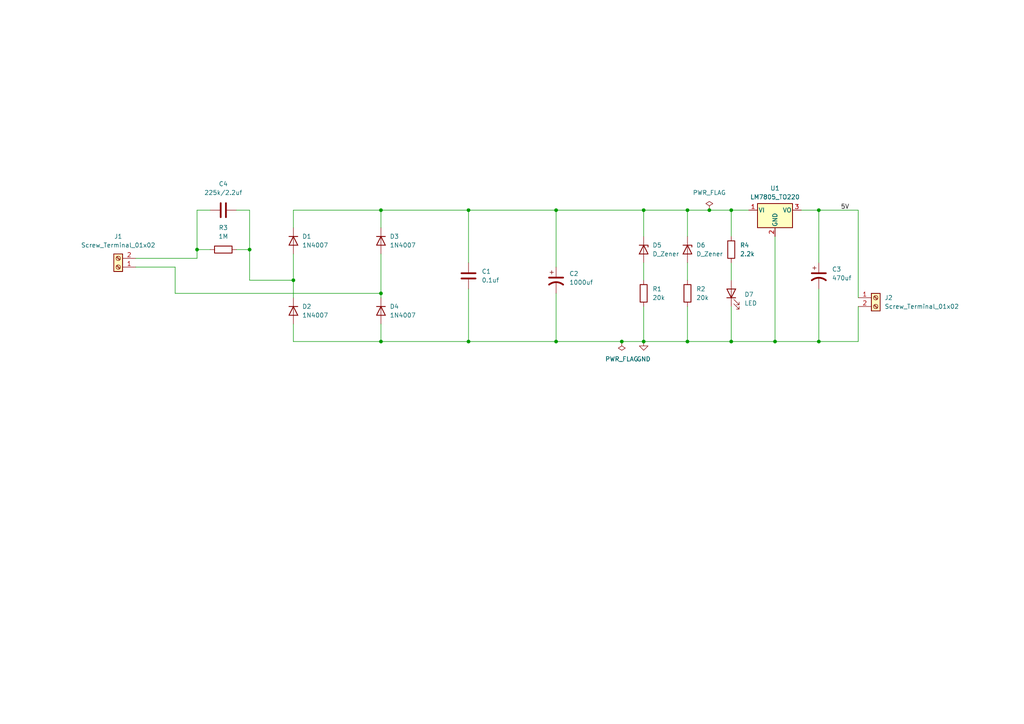
<source format=kicad_sch>
(kicad_sch
	(version 20231120)
	(generator "eeschema")
	(generator_version "8.0")
	(uuid "3dc232e0-aaa7-42e8-9ef8-2856f60e4c5e")
	(paper "A4")
	(title_block
		(title "Transformerless Power Supply")
		(date "2024-12-17")
		(company "Bharat PCB")
		(comment 1 "Drawn by Asmit")
	)
	(lib_symbols
		(symbol "Connector:Screw_Terminal_01x02"
			(pin_names
				(offset 1.016) hide)
			(exclude_from_sim no)
			(in_bom yes)
			(on_board yes)
			(property "Reference" "J"
				(at 0 2.54 0)
				(effects
					(font
						(size 1.27 1.27)
					)
				)
			)
			(property "Value" "Screw_Terminal_01x02"
				(at 0 -5.08 0)
				(effects
					(font
						(size 1.27 1.27)
					)
				)
			)
			(property "Footprint" ""
				(at 0 0 0)
				(effects
					(font
						(size 1.27 1.27)
					)
					(hide yes)
				)
			)
			(property "Datasheet" "~"
				(at 0 0 0)
				(effects
					(font
						(size 1.27 1.27)
					)
					(hide yes)
				)
			)
			(property "Description" "Generic screw terminal, single row, 01x02, script generated (kicad-library-utils/schlib/autogen/connector/)"
				(at 0 0 0)
				(effects
					(font
						(size 1.27 1.27)
					)
					(hide yes)
				)
			)
			(property "ki_keywords" "screw terminal"
				(at 0 0 0)
				(effects
					(font
						(size 1.27 1.27)
					)
					(hide yes)
				)
			)
			(property "ki_fp_filters" "TerminalBlock*:*"
				(at 0 0 0)
				(effects
					(font
						(size 1.27 1.27)
					)
					(hide yes)
				)
			)
			(symbol "Screw_Terminal_01x02_1_1"
				(rectangle
					(start -1.27 1.27)
					(end 1.27 -3.81)
					(stroke
						(width 0.254)
						(type default)
					)
					(fill
						(type background)
					)
				)
				(circle
					(center 0 -2.54)
					(radius 0.635)
					(stroke
						(width 0.1524)
						(type default)
					)
					(fill
						(type none)
					)
				)
				(polyline
					(pts
						(xy -0.5334 -2.2098) (xy 0.3302 -3.048)
					)
					(stroke
						(width 0.1524)
						(type default)
					)
					(fill
						(type none)
					)
				)
				(polyline
					(pts
						(xy -0.5334 0.3302) (xy 0.3302 -0.508)
					)
					(stroke
						(width 0.1524)
						(type default)
					)
					(fill
						(type none)
					)
				)
				(polyline
					(pts
						(xy -0.3556 -2.032) (xy 0.508 -2.8702)
					)
					(stroke
						(width 0.1524)
						(type default)
					)
					(fill
						(type none)
					)
				)
				(polyline
					(pts
						(xy -0.3556 0.508) (xy 0.508 -0.3302)
					)
					(stroke
						(width 0.1524)
						(type default)
					)
					(fill
						(type none)
					)
				)
				(circle
					(center 0 0)
					(radius 0.635)
					(stroke
						(width 0.1524)
						(type default)
					)
					(fill
						(type none)
					)
				)
				(pin passive line
					(at -5.08 0 0)
					(length 3.81)
					(name "Pin_1"
						(effects
							(font
								(size 1.27 1.27)
							)
						)
					)
					(number "1"
						(effects
							(font
								(size 1.27 1.27)
							)
						)
					)
				)
				(pin passive line
					(at -5.08 -2.54 0)
					(length 3.81)
					(name "Pin_2"
						(effects
							(font
								(size 1.27 1.27)
							)
						)
					)
					(number "2"
						(effects
							(font
								(size 1.27 1.27)
							)
						)
					)
				)
			)
		)
		(symbol "Device:C"
			(pin_numbers hide)
			(pin_names
				(offset 0.254)
			)
			(exclude_from_sim no)
			(in_bom yes)
			(on_board yes)
			(property "Reference" "C"
				(at 0.635 2.54 0)
				(effects
					(font
						(size 1.27 1.27)
					)
					(justify left)
				)
			)
			(property "Value" "C"
				(at 0.635 -2.54 0)
				(effects
					(font
						(size 1.27 1.27)
					)
					(justify left)
				)
			)
			(property "Footprint" ""
				(at 0.9652 -3.81 0)
				(effects
					(font
						(size 1.27 1.27)
					)
					(hide yes)
				)
			)
			(property "Datasheet" "~"
				(at 0 0 0)
				(effects
					(font
						(size 1.27 1.27)
					)
					(hide yes)
				)
			)
			(property "Description" "Unpolarized capacitor"
				(at 0 0 0)
				(effects
					(font
						(size 1.27 1.27)
					)
					(hide yes)
				)
			)
			(property "ki_keywords" "cap capacitor"
				(at 0 0 0)
				(effects
					(font
						(size 1.27 1.27)
					)
					(hide yes)
				)
			)
			(property "ki_fp_filters" "C_*"
				(at 0 0 0)
				(effects
					(font
						(size 1.27 1.27)
					)
					(hide yes)
				)
			)
			(symbol "C_0_1"
				(polyline
					(pts
						(xy -2.032 -0.762) (xy 2.032 -0.762)
					)
					(stroke
						(width 0.508)
						(type default)
					)
					(fill
						(type none)
					)
				)
				(polyline
					(pts
						(xy -2.032 0.762) (xy 2.032 0.762)
					)
					(stroke
						(width 0.508)
						(type default)
					)
					(fill
						(type none)
					)
				)
			)
			(symbol "C_1_1"
				(pin passive line
					(at 0 3.81 270)
					(length 2.794)
					(name "~"
						(effects
							(font
								(size 1.27 1.27)
							)
						)
					)
					(number "1"
						(effects
							(font
								(size 1.27 1.27)
							)
						)
					)
				)
				(pin passive line
					(at 0 -3.81 90)
					(length 2.794)
					(name "~"
						(effects
							(font
								(size 1.27 1.27)
							)
						)
					)
					(number "2"
						(effects
							(font
								(size 1.27 1.27)
							)
						)
					)
				)
			)
		)
		(symbol "Device:C_Polarized_US"
			(pin_numbers hide)
			(pin_names
				(offset 0.254) hide)
			(exclude_from_sim no)
			(in_bom yes)
			(on_board yes)
			(property "Reference" "C"
				(at 0.635 2.54 0)
				(effects
					(font
						(size 1.27 1.27)
					)
					(justify left)
				)
			)
			(property "Value" "C_Polarized_US"
				(at 0.635 -2.54 0)
				(effects
					(font
						(size 1.27 1.27)
					)
					(justify left)
				)
			)
			(property "Footprint" ""
				(at 0 0 0)
				(effects
					(font
						(size 1.27 1.27)
					)
					(hide yes)
				)
			)
			(property "Datasheet" "~"
				(at 0 0 0)
				(effects
					(font
						(size 1.27 1.27)
					)
					(hide yes)
				)
			)
			(property "Description" "Polarized capacitor, US symbol"
				(at 0 0 0)
				(effects
					(font
						(size 1.27 1.27)
					)
					(hide yes)
				)
			)
			(property "ki_keywords" "cap capacitor"
				(at 0 0 0)
				(effects
					(font
						(size 1.27 1.27)
					)
					(hide yes)
				)
			)
			(property "ki_fp_filters" "CP_*"
				(at 0 0 0)
				(effects
					(font
						(size 1.27 1.27)
					)
					(hide yes)
				)
			)
			(symbol "C_Polarized_US_0_1"
				(polyline
					(pts
						(xy -2.032 0.762) (xy 2.032 0.762)
					)
					(stroke
						(width 0.508)
						(type default)
					)
					(fill
						(type none)
					)
				)
				(polyline
					(pts
						(xy -1.778 2.286) (xy -0.762 2.286)
					)
					(stroke
						(width 0)
						(type default)
					)
					(fill
						(type none)
					)
				)
				(polyline
					(pts
						(xy -1.27 1.778) (xy -1.27 2.794)
					)
					(stroke
						(width 0)
						(type default)
					)
					(fill
						(type none)
					)
				)
				(arc
					(start 2.032 -1.27)
					(mid 0 -0.5572)
					(end -2.032 -1.27)
					(stroke
						(width 0.508)
						(type default)
					)
					(fill
						(type none)
					)
				)
			)
			(symbol "C_Polarized_US_1_1"
				(pin passive line
					(at 0 3.81 270)
					(length 2.794)
					(name "~"
						(effects
							(font
								(size 1.27 1.27)
							)
						)
					)
					(number "1"
						(effects
							(font
								(size 1.27 1.27)
							)
						)
					)
				)
				(pin passive line
					(at 0 -3.81 90)
					(length 3.302)
					(name "~"
						(effects
							(font
								(size 1.27 1.27)
							)
						)
					)
					(number "2"
						(effects
							(font
								(size 1.27 1.27)
							)
						)
					)
				)
			)
		)
		(symbol "Device:D_Zener"
			(pin_numbers hide)
			(pin_names
				(offset 1.016) hide)
			(exclude_from_sim no)
			(in_bom yes)
			(on_board yes)
			(property "Reference" "D"
				(at 0 2.54 0)
				(effects
					(font
						(size 1.27 1.27)
					)
				)
			)
			(property "Value" "D_Zener"
				(at 0 -2.54 0)
				(effects
					(font
						(size 1.27 1.27)
					)
				)
			)
			(property "Footprint" ""
				(at 0 0 0)
				(effects
					(font
						(size 1.27 1.27)
					)
					(hide yes)
				)
			)
			(property "Datasheet" "~"
				(at 0 0 0)
				(effects
					(font
						(size 1.27 1.27)
					)
					(hide yes)
				)
			)
			(property "Description" "Zener diode"
				(at 0 0 0)
				(effects
					(font
						(size 1.27 1.27)
					)
					(hide yes)
				)
			)
			(property "ki_keywords" "diode"
				(at 0 0 0)
				(effects
					(font
						(size 1.27 1.27)
					)
					(hide yes)
				)
			)
			(property "ki_fp_filters" "TO-???* *_Diode_* *SingleDiode* D_*"
				(at 0 0 0)
				(effects
					(font
						(size 1.27 1.27)
					)
					(hide yes)
				)
			)
			(symbol "D_Zener_0_1"
				(polyline
					(pts
						(xy 1.27 0) (xy -1.27 0)
					)
					(stroke
						(width 0)
						(type default)
					)
					(fill
						(type none)
					)
				)
				(polyline
					(pts
						(xy -1.27 -1.27) (xy -1.27 1.27) (xy -0.762 1.27)
					)
					(stroke
						(width 0.254)
						(type default)
					)
					(fill
						(type none)
					)
				)
				(polyline
					(pts
						(xy 1.27 -1.27) (xy 1.27 1.27) (xy -1.27 0) (xy 1.27 -1.27)
					)
					(stroke
						(width 0.254)
						(type default)
					)
					(fill
						(type none)
					)
				)
			)
			(symbol "D_Zener_1_1"
				(pin passive line
					(at -3.81 0 0)
					(length 2.54)
					(name "K"
						(effects
							(font
								(size 1.27 1.27)
							)
						)
					)
					(number "1"
						(effects
							(font
								(size 1.27 1.27)
							)
						)
					)
				)
				(pin passive line
					(at 3.81 0 180)
					(length 2.54)
					(name "A"
						(effects
							(font
								(size 1.27 1.27)
							)
						)
					)
					(number "2"
						(effects
							(font
								(size 1.27 1.27)
							)
						)
					)
				)
			)
		)
		(symbol "Device:LED"
			(pin_numbers hide)
			(pin_names
				(offset 1.016) hide)
			(exclude_from_sim no)
			(in_bom yes)
			(on_board yes)
			(property "Reference" "D"
				(at 0 2.54 0)
				(effects
					(font
						(size 1.27 1.27)
					)
				)
			)
			(property "Value" "LED"
				(at 0 -2.54 0)
				(effects
					(font
						(size 1.27 1.27)
					)
				)
			)
			(property "Footprint" ""
				(at 0 0 0)
				(effects
					(font
						(size 1.27 1.27)
					)
					(hide yes)
				)
			)
			(property "Datasheet" "~"
				(at 0 0 0)
				(effects
					(font
						(size 1.27 1.27)
					)
					(hide yes)
				)
			)
			(property "Description" "Light emitting diode"
				(at 0 0 0)
				(effects
					(font
						(size 1.27 1.27)
					)
					(hide yes)
				)
			)
			(property "ki_keywords" "LED diode"
				(at 0 0 0)
				(effects
					(font
						(size 1.27 1.27)
					)
					(hide yes)
				)
			)
			(property "ki_fp_filters" "LED* LED_SMD:* LED_THT:*"
				(at 0 0 0)
				(effects
					(font
						(size 1.27 1.27)
					)
					(hide yes)
				)
			)
			(symbol "LED_0_1"
				(polyline
					(pts
						(xy -1.27 -1.27) (xy -1.27 1.27)
					)
					(stroke
						(width 0.254)
						(type default)
					)
					(fill
						(type none)
					)
				)
				(polyline
					(pts
						(xy -1.27 0) (xy 1.27 0)
					)
					(stroke
						(width 0)
						(type default)
					)
					(fill
						(type none)
					)
				)
				(polyline
					(pts
						(xy 1.27 -1.27) (xy 1.27 1.27) (xy -1.27 0) (xy 1.27 -1.27)
					)
					(stroke
						(width 0.254)
						(type default)
					)
					(fill
						(type none)
					)
				)
				(polyline
					(pts
						(xy -3.048 -0.762) (xy -4.572 -2.286) (xy -3.81 -2.286) (xy -4.572 -2.286) (xy -4.572 -1.524)
					)
					(stroke
						(width 0)
						(type default)
					)
					(fill
						(type none)
					)
				)
				(polyline
					(pts
						(xy -1.778 -0.762) (xy -3.302 -2.286) (xy -2.54 -2.286) (xy -3.302 -2.286) (xy -3.302 -1.524)
					)
					(stroke
						(width 0)
						(type default)
					)
					(fill
						(type none)
					)
				)
			)
			(symbol "LED_1_1"
				(pin passive line
					(at -3.81 0 0)
					(length 2.54)
					(name "K"
						(effects
							(font
								(size 1.27 1.27)
							)
						)
					)
					(number "1"
						(effects
							(font
								(size 1.27 1.27)
							)
						)
					)
				)
				(pin passive line
					(at 3.81 0 180)
					(length 2.54)
					(name "A"
						(effects
							(font
								(size 1.27 1.27)
							)
						)
					)
					(number "2"
						(effects
							(font
								(size 1.27 1.27)
							)
						)
					)
				)
			)
		)
		(symbol "Device:R"
			(pin_numbers hide)
			(pin_names
				(offset 0)
			)
			(exclude_from_sim no)
			(in_bom yes)
			(on_board yes)
			(property "Reference" "R"
				(at 2.032 0 90)
				(effects
					(font
						(size 1.27 1.27)
					)
				)
			)
			(property "Value" "R"
				(at 0 0 90)
				(effects
					(font
						(size 1.27 1.27)
					)
				)
			)
			(property "Footprint" ""
				(at -1.778 0 90)
				(effects
					(font
						(size 1.27 1.27)
					)
					(hide yes)
				)
			)
			(property "Datasheet" "~"
				(at 0 0 0)
				(effects
					(font
						(size 1.27 1.27)
					)
					(hide yes)
				)
			)
			(property "Description" "Resistor"
				(at 0 0 0)
				(effects
					(font
						(size 1.27 1.27)
					)
					(hide yes)
				)
			)
			(property "ki_keywords" "R res resistor"
				(at 0 0 0)
				(effects
					(font
						(size 1.27 1.27)
					)
					(hide yes)
				)
			)
			(property "ki_fp_filters" "R_*"
				(at 0 0 0)
				(effects
					(font
						(size 1.27 1.27)
					)
					(hide yes)
				)
			)
			(symbol "R_0_1"
				(rectangle
					(start -1.016 -2.54)
					(end 1.016 2.54)
					(stroke
						(width 0.254)
						(type default)
					)
					(fill
						(type none)
					)
				)
			)
			(symbol "R_1_1"
				(pin passive line
					(at 0 3.81 270)
					(length 1.27)
					(name "~"
						(effects
							(font
								(size 1.27 1.27)
							)
						)
					)
					(number "1"
						(effects
							(font
								(size 1.27 1.27)
							)
						)
					)
				)
				(pin passive line
					(at 0 -3.81 90)
					(length 1.27)
					(name "~"
						(effects
							(font
								(size 1.27 1.27)
							)
						)
					)
					(number "2"
						(effects
							(font
								(size 1.27 1.27)
							)
						)
					)
				)
			)
		)
		(symbol "Diode:1N4007"
			(pin_numbers hide)
			(pin_names hide)
			(exclude_from_sim no)
			(in_bom yes)
			(on_board yes)
			(property "Reference" "D"
				(at 0 2.54 0)
				(effects
					(font
						(size 1.27 1.27)
					)
				)
			)
			(property "Value" "1N4007"
				(at 0 -2.54 0)
				(effects
					(font
						(size 1.27 1.27)
					)
				)
			)
			(property "Footprint" "Diode_THT:D_DO-41_SOD81_P10.16mm_Horizontal"
				(at 0 -4.445 0)
				(effects
					(font
						(size 1.27 1.27)
					)
					(hide yes)
				)
			)
			(property "Datasheet" "http://www.vishay.com/docs/88503/1n4001.pdf"
				(at 0 0 0)
				(effects
					(font
						(size 1.27 1.27)
					)
					(hide yes)
				)
			)
			(property "Description" "1000V 1A General Purpose Rectifier Diode, DO-41"
				(at 0 0 0)
				(effects
					(font
						(size 1.27 1.27)
					)
					(hide yes)
				)
			)
			(property "Sim.Device" "D"
				(at 0 0 0)
				(effects
					(font
						(size 1.27 1.27)
					)
					(hide yes)
				)
			)
			(property "Sim.Pins" "1=K 2=A"
				(at 0 0 0)
				(effects
					(font
						(size 1.27 1.27)
					)
					(hide yes)
				)
			)
			(property "ki_keywords" "diode"
				(at 0 0 0)
				(effects
					(font
						(size 1.27 1.27)
					)
					(hide yes)
				)
			)
			(property "ki_fp_filters" "D*DO?41*"
				(at 0 0 0)
				(effects
					(font
						(size 1.27 1.27)
					)
					(hide yes)
				)
			)
			(symbol "1N4007_0_1"
				(polyline
					(pts
						(xy -1.27 1.27) (xy -1.27 -1.27)
					)
					(stroke
						(width 0.254)
						(type default)
					)
					(fill
						(type none)
					)
				)
				(polyline
					(pts
						(xy 1.27 0) (xy -1.27 0)
					)
					(stroke
						(width 0)
						(type default)
					)
					(fill
						(type none)
					)
				)
				(polyline
					(pts
						(xy 1.27 1.27) (xy 1.27 -1.27) (xy -1.27 0) (xy 1.27 1.27)
					)
					(stroke
						(width 0.254)
						(type default)
					)
					(fill
						(type none)
					)
				)
			)
			(symbol "1N4007_1_1"
				(pin passive line
					(at -3.81 0 0)
					(length 2.54)
					(name "K"
						(effects
							(font
								(size 1.27 1.27)
							)
						)
					)
					(number "1"
						(effects
							(font
								(size 1.27 1.27)
							)
						)
					)
				)
				(pin passive line
					(at 3.81 0 180)
					(length 2.54)
					(name "A"
						(effects
							(font
								(size 1.27 1.27)
							)
						)
					)
					(number "2"
						(effects
							(font
								(size 1.27 1.27)
							)
						)
					)
				)
			)
		)
		(symbol "Regulator_Linear:LM7805_TO220"
			(pin_names
				(offset 0.254)
			)
			(exclude_from_sim no)
			(in_bom yes)
			(on_board yes)
			(property "Reference" "U"
				(at -3.81 3.175 0)
				(effects
					(font
						(size 1.27 1.27)
					)
				)
			)
			(property "Value" "LM7805_TO220"
				(at 0 3.175 0)
				(effects
					(font
						(size 1.27 1.27)
					)
					(justify left)
				)
			)
			(property "Footprint" "Package_TO_SOT_THT:TO-220-3_Vertical"
				(at 0 5.715 0)
				(effects
					(font
						(size 1.27 1.27)
						(italic yes)
					)
					(hide yes)
				)
			)
			(property "Datasheet" "https://www.onsemi.cn/PowerSolutions/document/MC7800-D.PDF"
				(at 0 -1.27 0)
				(effects
					(font
						(size 1.27 1.27)
					)
					(hide yes)
				)
			)
			(property "Description" "Positive 1A 35V Linear Regulator, Fixed Output 5V, TO-220"
				(at 0 0 0)
				(effects
					(font
						(size 1.27 1.27)
					)
					(hide yes)
				)
			)
			(property "ki_keywords" "Voltage Regulator 1A Positive"
				(at 0 0 0)
				(effects
					(font
						(size 1.27 1.27)
					)
					(hide yes)
				)
			)
			(property "ki_fp_filters" "TO?220*"
				(at 0 0 0)
				(effects
					(font
						(size 1.27 1.27)
					)
					(hide yes)
				)
			)
			(symbol "LM7805_TO220_0_1"
				(rectangle
					(start -5.08 1.905)
					(end 5.08 -5.08)
					(stroke
						(width 0.254)
						(type default)
					)
					(fill
						(type background)
					)
				)
			)
			(symbol "LM7805_TO220_1_1"
				(pin power_in line
					(at -7.62 0 0)
					(length 2.54)
					(name "VI"
						(effects
							(font
								(size 1.27 1.27)
							)
						)
					)
					(number "1"
						(effects
							(font
								(size 1.27 1.27)
							)
						)
					)
				)
				(pin power_in line
					(at 0 -7.62 90)
					(length 2.54)
					(name "GND"
						(effects
							(font
								(size 1.27 1.27)
							)
						)
					)
					(number "2"
						(effects
							(font
								(size 1.27 1.27)
							)
						)
					)
				)
				(pin power_out line
					(at 7.62 0 180)
					(length 2.54)
					(name "VO"
						(effects
							(font
								(size 1.27 1.27)
							)
						)
					)
					(number "3"
						(effects
							(font
								(size 1.27 1.27)
							)
						)
					)
				)
			)
		)
		(symbol "power:GND"
			(power)
			(pin_numbers hide)
			(pin_names
				(offset 0) hide)
			(exclude_from_sim no)
			(in_bom yes)
			(on_board yes)
			(property "Reference" "#PWR"
				(at 0 -6.35 0)
				(effects
					(font
						(size 1.27 1.27)
					)
					(hide yes)
				)
			)
			(property "Value" "GND"
				(at 0 -3.81 0)
				(effects
					(font
						(size 1.27 1.27)
					)
				)
			)
			(property "Footprint" ""
				(at 0 0 0)
				(effects
					(font
						(size 1.27 1.27)
					)
					(hide yes)
				)
			)
			(property "Datasheet" ""
				(at 0 0 0)
				(effects
					(font
						(size 1.27 1.27)
					)
					(hide yes)
				)
			)
			(property "Description" "Power symbol creates a global label with name \"GND\" , ground"
				(at 0 0 0)
				(effects
					(font
						(size 1.27 1.27)
					)
					(hide yes)
				)
			)
			(property "ki_keywords" "global power"
				(at 0 0 0)
				(effects
					(font
						(size 1.27 1.27)
					)
					(hide yes)
				)
			)
			(symbol "GND_0_1"
				(polyline
					(pts
						(xy 0 0) (xy 0 -1.27) (xy 1.27 -1.27) (xy 0 -2.54) (xy -1.27 -1.27) (xy 0 -1.27)
					)
					(stroke
						(width 0)
						(type default)
					)
					(fill
						(type none)
					)
				)
			)
			(symbol "GND_1_1"
				(pin power_in line
					(at 0 0 270)
					(length 0)
					(name "~"
						(effects
							(font
								(size 1.27 1.27)
							)
						)
					)
					(number "1"
						(effects
							(font
								(size 1.27 1.27)
							)
						)
					)
				)
			)
		)
		(symbol "power:PWR_FLAG"
			(power)
			(pin_numbers hide)
			(pin_names
				(offset 0) hide)
			(exclude_from_sim no)
			(in_bom yes)
			(on_board yes)
			(property "Reference" "#FLG"
				(at 0 1.905 0)
				(effects
					(font
						(size 1.27 1.27)
					)
					(hide yes)
				)
			)
			(property "Value" "PWR_FLAG"
				(at 0 3.81 0)
				(effects
					(font
						(size 1.27 1.27)
					)
				)
			)
			(property "Footprint" ""
				(at 0 0 0)
				(effects
					(font
						(size 1.27 1.27)
					)
					(hide yes)
				)
			)
			(property "Datasheet" "~"
				(at 0 0 0)
				(effects
					(font
						(size 1.27 1.27)
					)
					(hide yes)
				)
			)
			(property "Description" "Special symbol for telling ERC where power comes from"
				(at 0 0 0)
				(effects
					(font
						(size 1.27 1.27)
					)
					(hide yes)
				)
			)
			(property "ki_keywords" "flag power"
				(at 0 0 0)
				(effects
					(font
						(size 1.27 1.27)
					)
					(hide yes)
				)
			)
			(symbol "PWR_FLAG_0_0"
				(pin power_out line
					(at 0 0 90)
					(length 0)
					(name "~"
						(effects
							(font
								(size 1.27 1.27)
							)
						)
					)
					(number "1"
						(effects
							(font
								(size 1.27 1.27)
							)
						)
					)
				)
			)
			(symbol "PWR_FLAG_0_1"
				(polyline
					(pts
						(xy 0 0) (xy 0 1.27) (xy -1.016 1.905) (xy 0 2.54) (xy 1.016 1.905) (xy 0 1.27)
					)
					(stroke
						(width 0)
						(type default)
					)
					(fill
						(type none)
					)
				)
			)
		)
	)
	(junction
		(at 212.09 99.06)
		(diameter 0)
		(color 0 0 0 0)
		(uuid "00b0e427-879b-4ce1-a39f-d93e58ebe2f8")
	)
	(junction
		(at 180.34 99.06)
		(diameter 0)
		(color 0 0 0 0)
		(uuid "1805178d-7eb0-45e7-8cb1-5c16d34d0b96")
	)
	(junction
		(at 199.39 99.06)
		(diameter 0)
		(color 0 0 0 0)
		(uuid "1f2f566c-bc0d-437d-bf2c-3afe584e9f16")
	)
	(junction
		(at 186.69 99.06)
		(diameter 0)
		(color 0 0 0 0)
		(uuid "267e0d2f-9d6d-463c-862d-e9e670f9dc5e")
	)
	(junction
		(at 237.49 99.06)
		(diameter 0)
		(color 0 0 0 0)
		(uuid "28c0a9ff-e962-4233-9d20-3bca2848b682")
	)
	(junction
		(at 161.29 99.06)
		(diameter 0)
		(color 0 0 0 0)
		(uuid "2b7d9c41-39d7-4816-9dd4-ae68d55837bf")
	)
	(junction
		(at 186.69 60.96)
		(diameter 0)
		(color 0 0 0 0)
		(uuid "3f342786-859b-4633-87d1-3d03d1abfaa3")
	)
	(junction
		(at 72.39 72.39)
		(diameter 0)
		(color 0 0 0 0)
		(uuid "40aeeaf2-88a8-431f-8ec1-4834b1861e3c")
	)
	(junction
		(at 135.89 99.06)
		(diameter 0)
		(color 0 0 0 0)
		(uuid "4a325510-63ee-4cd5-9a09-123fadff4c2a")
	)
	(junction
		(at 110.49 99.06)
		(diameter 0)
		(color 0 0 0 0)
		(uuid "55c1995c-99c7-47f9-830f-1db372bd175e")
	)
	(junction
		(at 85.09 81.28)
		(diameter 0)
		(color 0 0 0 0)
		(uuid "8447b06b-2f70-4ede-b808-4d758ff6aee6")
	)
	(junction
		(at 199.39 60.96)
		(diameter 0)
		(color 0 0 0 0)
		(uuid "9fa01e1c-364a-4393-b678-628dd7225e92")
	)
	(junction
		(at 110.49 85.09)
		(diameter 0)
		(color 0 0 0 0)
		(uuid "a2761ecd-3fca-4181-9217-df801abf411b")
	)
	(junction
		(at 205.74 60.96)
		(diameter 0)
		(color 0 0 0 0)
		(uuid "b27d7d70-e45f-402e-8c47-07b7fcf4ab27")
	)
	(junction
		(at 110.49 60.96)
		(diameter 0)
		(color 0 0 0 0)
		(uuid "b50f8705-a15b-428a-af8a-67b1e37550e1")
	)
	(junction
		(at 57.15 72.39)
		(diameter 0)
		(color 0 0 0 0)
		(uuid "c29060e6-8bc2-44c1-a437-bae337936707")
	)
	(junction
		(at 237.49 60.96)
		(diameter 0)
		(color 0 0 0 0)
		(uuid "c6896107-1a73-409c-9bf2-af322499b5a4")
	)
	(junction
		(at 212.09 60.96)
		(diameter 0)
		(color 0 0 0 0)
		(uuid "d07c3a29-6911-4e95-8f6c-5651aac156b4")
	)
	(junction
		(at 161.29 60.96)
		(diameter 0)
		(color 0 0 0 0)
		(uuid "e56c62c2-200a-4a74-81d4-e68b4f0e0c4c")
	)
	(junction
		(at 224.79 99.06)
		(diameter 0)
		(color 0 0 0 0)
		(uuid "f05ee38f-c21e-4edf-be8d-7dc77fca025f")
	)
	(junction
		(at 135.89 60.96)
		(diameter 0)
		(color 0 0 0 0)
		(uuid "f2a65644-5fe9-462f-b33e-bd21d1ac40fa")
	)
	(wire
		(pts
			(xy 135.89 83.82) (xy 135.89 99.06)
		)
		(stroke
			(width 0)
			(type default)
		)
		(uuid "0403b3e3-6d82-49d1-aa42-3e02c4f42a34")
	)
	(wire
		(pts
			(xy 135.89 76.2) (xy 135.89 60.96)
		)
		(stroke
			(width 0)
			(type default)
		)
		(uuid "08d542ad-a333-47e7-869a-1cde1d432ee0")
	)
	(wire
		(pts
			(xy 39.37 74.93) (xy 57.15 74.93)
		)
		(stroke
			(width 0)
			(type default)
		)
		(uuid "0bf87fe8-a312-4f5a-96a1-f3f2da7a2eaf")
	)
	(wire
		(pts
			(xy 110.49 73.66) (xy 110.49 85.09)
		)
		(stroke
			(width 0)
			(type default)
		)
		(uuid "0f3d61c9-c530-4a05-9ca9-d51e6894f9cd")
	)
	(wire
		(pts
			(xy 212.09 88.9) (xy 212.09 99.06)
		)
		(stroke
			(width 0)
			(type default)
		)
		(uuid "10275ce6-300e-4592-8aa3-4f6fbbb6de72")
	)
	(wire
		(pts
			(xy 248.92 60.96) (xy 237.49 60.96)
		)
		(stroke
			(width 0)
			(type default)
		)
		(uuid "142770a8-6d3f-4012-80b0-7814171bbd2a")
	)
	(wire
		(pts
			(xy 50.8 77.47) (xy 50.8 85.09)
		)
		(stroke
			(width 0)
			(type default)
		)
		(uuid "17b42d19-f8b1-488f-8e8e-8a278b701ff1")
	)
	(wire
		(pts
			(xy 199.39 60.96) (xy 205.74 60.96)
		)
		(stroke
			(width 0)
			(type default)
		)
		(uuid "1f9ebaef-8b39-46a5-a5d8-cf138d5f7ab6")
	)
	(wire
		(pts
			(xy 186.69 99.06) (xy 199.39 99.06)
		)
		(stroke
			(width 0)
			(type default)
		)
		(uuid "21a1442e-d098-4ded-9161-50b1f90635e6")
	)
	(wire
		(pts
			(xy 237.49 60.96) (xy 237.49 76.2)
		)
		(stroke
			(width 0)
			(type default)
		)
		(uuid "2406cb52-5165-46e7-93cc-73a66f16ee35")
	)
	(wire
		(pts
			(xy 186.69 88.9) (xy 186.69 99.06)
		)
		(stroke
			(width 0)
			(type default)
		)
		(uuid "2b0b0241-2322-4c59-bcfd-88b32ce8e65f")
	)
	(wire
		(pts
			(xy 68.58 60.96) (xy 72.39 60.96)
		)
		(stroke
			(width 0)
			(type default)
		)
		(uuid "2c71c5a7-d16c-4b0f-9ddc-d4e1308677e6")
	)
	(wire
		(pts
			(xy 85.09 93.98) (xy 85.09 99.06)
		)
		(stroke
			(width 0)
			(type default)
		)
		(uuid "2e087f1f-c839-43c6-93b5-a84d78e72937")
	)
	(wire
		(pts
			(xy 39.37 77.47) (xy 50.8 77.47)
		)
		(stroke
			(width 0)
			(type default)
		)
		(uuid "304c2b33-89db-41d7-86a4-5f9ac15ef436")
	)
	(wire
		(pts
			(xy 110.49 60.96) (xy 110.49 66.04)
		)
		(stroke
			(width 0)
			(type default)
		)
		(uuid "33e067cd-6704-4a7f-8bb7-edf746d077f4")
	)
	(wire
		(pts
			(xy 212.09 60.96) (xy 217.17 60.96)
		)
		(stroke
			(width 0)
			(type default)
		)
		(uuid "36e99440-3e6b-4764-b353-98085db22749")
	)
	(wire
		(pts
			(xy 237.49 99.06) (xy 248.92 99.06)
		)
		(stroke
			(width 0)
			(type default)
		)
		(uuid "3a0a679b-c4b0-40a2-ab62-76ee0f012dac")
	)
	(wire
		(pts
			(xy 186.69 60.96) (xy 199.39 60.96)
		)
		(stroke
			(width 0)
			(type default)
		)
		(uuid "3dc00f57-7990-4397-877d-abf3f7e53b78")
	)
	(wire
		(pts
			(xy 205.74 60.96) (xy 212.09 60.96)
		)
		(stroke
			(width 0)
			(type default)
		)
		(uuid "416470b3-8740-43bd-8fba-411193891b89")
	)
	(wire
		(pts
			(xy 248.92 88.9) (xy 248.92 99.06)
		)
		(stroke
			(width 0)
			(type default)
		)
		(uuid "4183cdfd-7e93-45eb-855a-397ec781ae90")
	)
	(wire
		(pts
			(xy 199.39 60.96) (xy 199.39 68.58)
		)
		(stroke
			(width 0)
			(type default)
		)
		(uuid "45477c99-92d7-4152-bc3d-b48de90aea86")
	)
	(wire
		(pts
			(xy 110.49 60.96) (xy 135.89 60.96)
		)
		(stroke
			(width 0)
			(type default)
		)
		(uuid "498d9076-906a-4954-8b43-8c65bda2fd6c")
	)
	(wire
		(pts
			(xy 186.69 76.2) (xy 186.69 81.28)
		)
		(stroke
			(width 0)
			(type default)
		)
		(uuid "4cad02ca-50e4-4954-a00e-697a98bd6be4")
	)
	(wire
		(pts
			(xy 60.96 60.96) (xy 57.15 60.96)
		)
		(stroke
			(width 0)
			(type default)
		)
		(uuid "4cca9924-9a3c-4670-b024-47964aefd91a")
	)
	(wire
		(pts
			(xy 186.69 68.58) (xy 186.69 60.96)
		)
		(stroke
			(width 0)
			(type default)
		)
		(uuid "50fb83d3-c13d-4e6c-9efb-18559732048c")
	)
	(wire
		(pts
			(xy 57.15 60.96) (xy 57.15 72.39)
		)
		(stroke
			(width 0)
			(type default)
		)
		(uuid "53957b8b-3753-48af-854a-1ea3c5ba2478")
	)
	(wire
		(pts
			(xy 110.49 85.09) (xy 110.49 86.36)
		)
		(stroke
			(width 0)
			(type default)
		)
		(uuid "56ca0788-eefd-427a-b227-d422f2fbd766")
	)
	(wire
		(pts
			(xy 161.29 99.06) (xy 135.89 99.06)
		)
		(stroke
			(width 0)
			(type default)
		)
		(uuid "5c13eadd-c425-4fdc-85bb-87d607a89570")
	)
	(wire
		(pts
			(xy 85.09 66.04) (xy 85.09 60.96)
		)
		(stroke
			(width 0)
			(type default)
		)
		(uuid "5e835b91-1b50-47aa-adc6-5d100f04b754")
	)
	(wire
		(pts
			(xy 161.29 85.09) (xy 161.29 99.06)
		)
		(stroke
			(width 0)
			(type default)
		)
		(uuid "61456dcd-9ef9-4560-a57f-299a5f1c30cc")
	)
	(wire
		(pts
			(xy 72.39 81.28) (xy 85.09 81.28)
		)
		(stroke
			(width 0)
			(type default)
		)
		(uuid "65c03a72-0a83-46c5-8471-8928d15ce67b")
	)
	(wire
		(pts
			(xy 85.09 60.96) (xy 110.49 60.96)
		)
		(stroke
			(width 0)
			(type default)
		)
		(uuid "6940bb46-2a99-456c-9aa5-1fc4d8ee4510")
	)
	(wire
		(pts
			(xy 110.49 93.98) (xy 110.49 99.06)
		)
		(stroke
			(width 0)
			(type default)
		)
		(uuid "76f47513-2439-434d-8c27-da859da8cd3d")
	)
	(wire
		(pts
			(xy 212.09 99.06) (xy 224.79 99.06)
		)
		(stroke
			(width 0)
			(type default)
		)
		(uuid "7903fef4-b332-4fcc-a845-114554a75e2a")
	)
	(wire
		(pts
			(xy 199.39 88.9) (xy 199.39 99.06)
		)
		(stroke
			(width 0)
			(type default)
		)
		(uuid "7cd1057a-8876-4e81-94a4-8d3066f328c6")
	)
	(wire
		(pts
			(xy 232.41 60.96) (xy 237.49 60.96)
		)
		(stroke
			(width 0)
			(type default)
		)
		(uuid "7d87a70b-68bb-4464-9c9a-58948e77a57e")
	)
	(wire
		(pts
			(xy 180.34 99.06) (xy 186.69 99.06)
		)
		(stroke
			(width 0)
			(type default)
		)
		(uuid "86bb3b16-1dee-455b-9f67-39de5fc18316")
	)
	(wire
		(pts
			(xy 161.29 99.06) (xy 180.34 99.06)
		)
		(stroke
			(width 0)
			(type default)
		)
		(uuid "8843e6d8-6fd2-4f93-8271-1aa6ab41130d")
	)
	(wire
		(pts
			(xy 85.09 81.28) (xy 85.09 86.36)
		)
		(stroke
			(width 0)
			(type default)
		)
		(uuid "8d3f9b92-ff98-42c0-942c-8ca136eb5fbc")
	)
	(wire
		(pts
			(xy 72.39 60.96) (xy 72.39 72.39)
		)
		(stroke
			(width 0)
			(type default)
		)
		(uuid "996a3a63-e033-4e48-b790-4fe784e3d2a0")
	)
	(wire
		(pts
			(xy 85.09 73.66) (xy 85.09 81.28)
		)
		(stroke
			(width 0)
			(type default)
		)
		(uuid "9a2f3440-de9f-4150-bc29-e2d9d87a2715")
	)
	(wire
		(pts
			(xy 50.8 85.09) (xy 110.49 85.09)
		)
		(stroke
			(width 0)
			(type default)
		)
		(uuid "a5c65a2a-a38e-4715-8264-4b4c74e5f8fb")
	)
	(wire
		(pts
			(xy 72.39 72.39) (xy 68.58 72.39)
		)
		(stroke
			(width 0)
			(type default)
		)
		(uuid "a8c29bec-0e49-4429-a358-ea3801cebbce")
	)
	(wire
		(pts
			(xy 161.29 60.96) (xy 186.69 60.96)
		)
		(stroke
			(width 0)
			(type default)
		)
		(uuid "aaad3fe4-6e00-484b-8d0e-1705151b6b78")
	)
	(wire
		(pts
			(xy 161.29 77.47) (xy 161.29 60.96)
		)
		(stroke
			(width 0)
			(type default)
		)
		(uuid "b1e2ca78-536c-430c-a05f-a90941c3c6d8")
	)
	(wire
		(pts
			(xy 85.09 99.06) (xy 110.49 99.06)
		)
		(stroke
			(width 0)
			(type default)
		)
		(uuid "b228c942-ec90-4513-b3c2-f6218495f27f")
	)
	(wire
		(pts
			(xy 57.15 72.39) (xy 60.96 72.39)
		)
		(stroke
			(width 0)
			(type default)
		)
		(uuid "bb6cb221-f882-4b22-b87e-5f4d75a5fb7d")
	)
	(wire
		(pts
			(xy 72.39 81.28) (xy 72.39 72.39)
		)
		(stroke
			(width 0)
			(type default)
		)
		(uuid "bc2431c0-7ab2-4b9f-9eb9-5fdbb9616a05")
	)
	(wire
		(pts
			(xy 237.49 83.82) (xy 237.49 99.06)
		)
		(stroke
			(width 0)
			(type default)
		)
		(uuid "bc37da69-2a3a-4e2f-8075-dfcd5e9a19f2")
	)
	(wire
		(pts
			(xy 248.92 86.36) (xy 248.92 60.96)
		)
		(stroke
			(width 0)
			(type default)
		)
		(uuid "bd1ff70a-89db-4820-a51f-06e05c5252ef")
	)
	(wire
		(pts
			(xy 212.09 81.28) (xy 212.09 76.2)
		)
		(stroke
			(width 0)
			(type default)
		)
		(uuid "bdcb08dd-95b5-4c9d-b0ed-6fa7de2c801b")
	)
	(wire
		(pts
			(xy 57.15 74.93) (xy 57.15 72.39)
		)
		(stroke
			(width 0)
			(type default)
		)
		(uuid "de6aa271-dc89-4eaa-9c90-a7c58c402f67")
	)
	(wire
		(pts
			(xy 135.89 99.06) (xy 110.49 99.06)
		)
		(stroke
			(width 0)
			(type default)
		)
		(uuid "df22ab42-adb7-43ff-b2b9-d9133c2d769a")
	)
	(wire
		(pts
			(xy 224.79 68.58) (xy 224.79 99.06)
		)
		(stroke
			(width 0)
			(type default)
		)
		(uuid "e2ecc0fd-79ec-4ac6-ac69-7faaf98b6a87")
	)
	(wire
		(pts
			(xy 212.09 60.96) (xy 212.09 68.58)
		)
		(stroke
			(width 0)
			(type default)
		)
		(uuid "e4d8e597-c104-449c-adfc-b72b12d8da6d")
	)
	(wire
		(pts
			(xy 135.89 60.96) (xy 161.29 60.96)
		)
		(stroke
			(width 0)
			(type default)
		)
		(uuid "e54ea1e9-3e93-435e-a7f7-6cc2a23252f3")
	)
	(wire
		(pts
			(xy 199.39 99.06) (xy 212.09 99.06)
		)
		(stroke
			(width 0)
			(type default)
		)
		(uuid "e5d68cba-d271-46ca-85d2-5d66bbd4e4d7")
	)
	(wire
		(pts
			(xy 224.79 99.06) (xy 237.49 99.06)
		)
		(stroke
			(width 0)
			(type default)
		)
		(uuid "ef97d617-24f4-4de7-97a6-28233eb310df")
	)
	(wire
		(pts
			(xy 199.39 76.2) (xy 199.39 81.28)
		)
		(stroke
			(width 0)
			(type default)
		)
		(uuid "f42e0b5a-6c3f-48b0-b3bc-e05f4c148262")
	)
	(label "5V"
		(at 243.84 60.96 0)
		(fields_autoplaced yes)
		(effects
			(font
				(size 1.27 1.27)
			)
			(justify left bottom)
		)
		(uuid "f8fc4276-3bc8-4660-9dc2-c536404167ad")
	)
	(symbol
		(lib_id "Device:R")
		(at 186.69 85.09 0)
		(unit 1)
		(exclude_from_sim no)
		(in_bom yes)
		(on_board yes)
		(dnp no)
		(fields_autoplaced yes)
		(uuid "05883107-2afb-457c-a9c3-e52096be22f9")
		(property "Reference" "R1"
			(at 189.23 83.8199 0)
			(effects
				(font
					(size 1.27 1.27)
				)
				(justify left)
			)
		)
		(property "Value" "20k"
			(at 189.23 86.3599 0)
			(effects
				(font
					(size 1.27 1.27)
				)
				(justify left)
			)
		)
		(property "Footprint" "Resistor_THT:R_Axial_DIN0207_L6.3mm_D2.5mm_P7.62mm_Horizontal"
			(at 184.912 85.09 90)
			(effects
				(font
					(size 1.27 1.27)
				)
				(hide yes)
			)
		)
		(property "Datasheet" "~"
			(at 186.69 85.09 0)
			(effects
				(font
					(size 1.27 1.27)
				)
				(hide yes)
			)
		)
		(property "Description" "Resistor"
			(at 186.69 85.09 0)
			(effects
				(font
					(size 1.27 1.27)
				)
				(hide yes)
			)
		)
		(pin "1"
			(uuid "6b7cfe12-6e05-47e2-917e-9b1c3944cd8e")
		)
		(pin "2"
			(uuid "ead2f916-9f94-4783-9600-624be16cf804")
		)
		(instances
			(project ""
				(path "/3dc232e0-aaa7-42e8-9ef8-2856f60e4c5e"
					(reference "R1")
					(unit 1)
				)
			)
		)
	)
	(symbol
		(lib_id "Device:D_Zener")
		(at 199.39 72.39 270)
		(unit 1)
		(exclude_from_sim no)
		(in_bom yes)
		(on_board yes)
		(dnp no)
		(fields_autoplaced yes)
		(uuid "07d3a099-536c-4f65-a465-bc8e0508a30e")
		(property "Reference" "D6"
			(at 201.93 71.1199 90)
			(effects
				(font
					(size 1.27 1.27)
				)
				(justify left)
			)
		)
		(property "Value" "D_Zener"
			(at 201.93 73.6599 90)
			(effects
				(font
					(size 1.27 1.27)
				)
				(justify left)
			)
		)
		(property "Footprint" "Diode_THT:D_A-405_P7.62mm_Horizontal"
			(at 199.39 72.39 0)
			(effects
				(font
					(size 1.27 1.27)
				)
				(hide yes)
			)
		)
		(property "Datasheet" "~"
			(at 199.39 72.39 0)
			(effects
				(font
					(size 1.27 1.27)
				)
				(hide yes)
			)
		)
		(property "Description" "Zener diode"
			(at 199.39 72.39 0)
			(effects
				(font
					(size 1.27 1.27)
				)
				(hide yes)
			)
		)
		(pin "1"
			(uuid "a7e33d50-de93-490f-bec9-742822853263")
		)
		(pin "2"
			(uuid "8044440e-875a-4deb-8af0-c33f8b966523")
		)
		(instances
			(project "Transformerless Power Supply"
				(path "/3dc232e0-aaa7-42e8-9ef8-2856f60e4c5e"
					(reference "D6")
					(unit 1)
				)
			)
		)
	)
	(symbol
		(lib_id "Device:R")
		(at 64.77 72.39 90)
		(unit 1)
		(exclude_from_sim no)
		(in_bom yes)
		(on_board yes)
		(dnp no)
		(fields_autoplaced yes)
		(uuid "10c0174f-bfde-4f11-8056-b70aefa2a1e3")
		(property "Reference" "R3"
			(at 64.77 66.04 90)
			(effects
				(font
					(size 1.27 1.27)
				)
			)
		)
		(property "Value" "1M"
			(at 64.77 68.58 90)
			(effects
				(font
					(size 1.27 1.27)
				)
			)
		)
		(property "Footprint" "Resistor_THT:R_Axial_DIN0207_L6.3mm_D2.5mm_P7.62mm_Horizontal"
			(at 64.77 74.168 90)
			(effects
				(font
					(size 1.27 1.27)
				)
				(hide yes)
			)
		)
		(property "Datasheet" "~"
			(at 64.77 72.39 0)
			(effects
				(font
					(size 1.27 1.27)
				)
				(hide yes)
			)
		)
		(property "Description" "Resistor"
			(at 64.77 72.39 0)
			(effects
				(font
					(size 1.27 1.27)
				)
				(hide yes)
			)
		)
		(pin "1"
			(uuid "f3e5eaac-cbdb-4f86-8900-e9dca35a9276")
		)
		(pin "2"
			(uuid "abdd7a17-2999-43c9-ac6f-0b18472d11bb")
		)
		(instances
			(project "Transformerless Power Supply"
				(path "/3dc232e0-aaa7-42e8-9ef8-2856f60e4c5e"
					(reference "R3")
					(unit 1)
				)
			)
		)
	)
	(symbol
		(lib_id "Diode:1N4007")
		(at 85.09 69.85 270)
		(unit 1)
		(exclude_from_sim no)
		(in_bom yes)
		(on_board yes)
		(dnp no)
		(fields_autoplaced yes)
		(uuid "193700e9-64de-48c7-b935-14686b3472b7")
		(property "Reference" "D1"
			(at 87.63 68.5799 90)
			(effects
				(font
					(size 1.27 1.27)
				)
				(justify left)
			)
		)
		(property "Value" "1N4007"
			(at 87.63 71.1199 90)
			(effects
				(font
					(size 1.27 1.27)
				)
				(justify left)
			)
		)
		(property "Footprint" "Diode_THT:D_DO-41_SOD81_P10.16mm_Horizontal"
			(at 80.645 69.85 0)
			(effects
				(font
					(size 1.27 1.27)
				)
				(hide yes)
			)
		)
		(property "Datasheet" "http://www.vishay.com/docs/88503/1n4001.pdf"
			(at 85.09 69.85 0)
			(effects
				(font
					(size 1.27 1.27)
				)
				(hide yes)
			)
		)
		(property "Description" "1000V 1A General Purpose Rectifier Diode, DO-41"
			(at 85.09 69.85 0)
			(effects
				(font
					(size 1.27 1.27)
				)
				(hide yes)
			)
		)
		(property "Sim.Device" "D"
			(at 85.09 69.85 0)
			(effects
				(font
					(size 1.27 1.27)
				)
				(hide yes)
			)
		)
		(property "Sim.Pins" "1=K 2=A"
			(at 85.09 69.85 0)
			(effects
				(font
					(size 1.27 1.27)
				)
				(hide yes)
			)
		)
		(pin "2"
			(uuid "d3a3eb54-39d6-4c3a-9e38-0af7e8e36797")
		)
		(pin "1"
			(uuid "29e6d987-748b-42bc-b4d4-db239b287f8d")
		)
		(instances
			(project ""
				(path "/3dc232e0-aaa7-42e8-9ef8-2856f60e4c5e"
					(reference "D1")
					(unit 1)
				)
			)
		)
	)
	(symbol
		(lib_id "Connector:Screw_Terminal_01x02")
		(at 34.29 77.47 180)
		(unit 1)
		(exclude_from_sim no)
		(in_bom yes)
		(on_board yes)
		(dnp no)
		(fields_autoplaced yes)
		(uuid "4068db63-92da-4653-a90d-39aad2d36197")
		(property "Reference" "J1"
			(at 34.29 68.58 0)
			(effects
				(font
					(size 1.27 1.27)
				)
			)
		)
		(property "Value" "Screw_Terminal_01x02"
			(at 34.29 71.12 0)
			(effects
				(font
					(size 1.27 1.27)
				)
			)
		)
		(property "Footprint" "TerminalBlock:TerminalBlock_bornier-2_P5.08mm"
			(at 34.29 77.47 0)
			(effects
				(font
					(size 1.27 1.27)
				)
				(hide yes)
			)
		)
		(property "Datasheet" "~"
			(at 34.29 77.47 0)
			(effects
				(font
					(size 1.27 1.27)
				)
				(hide yes)
			)
		)
		(property "Description" "Generic screw terminal, single row, 01x02, script generated (kicad-library-utils/schlib/autogen/connector/)"
			(at 34.29 77.47 0)
			(effects
				(font
					(size 1.27 1.27)
				)
				(hide yes)
			)
		)
		(pin "1"
			(uuid "b5ae5952-319a-481a-bfbf-4557f19ccaee")
		)
		(pin "2"
			(uuid "a97d693b-f7aa-43cc-ac45-15fc04335cd9")
		)
		(instances
			(project ""
				(path "/3dc232e0-aaa7-42e8-9ef8-2856f60e4c5e"
					(reference "J1")
					(unit 1)
				)
			)
		)
	)
	(symbol
		(lib_id "power:PWR_FLAG")
		(at 205.74 60.96 0)
		(unit 1)
		(exclude_from_sim no)
		(in_bom yes)
		(on_board yes)
		(dnp no)
		(fields_autoplaced yes)
		(uuid "4de702cc-5ca2-461c-91e0-d9c277f67ae8")
		(property "Reference" "#FLG01"
			(at 205.74 59.055 0)
			(effects
				(font
					(size 1.27 1.27)
				)
				(hide yes)
			)
		)
		(property "Value" "PWR_FLAG"
			(at 205.74 55.88 0)
			(effects
				(font
					(size 1.27 1.27)
				)
			)
		)
		(property "Footprint" ""
			(at 205.74 60.96 0)
			(effects
				(font
					(size 1.27 1.27)
				)
				(hide yes)
			)
		)
		(property "Datasheet" "~"
			(at 205.74 60.96 0)
			(effects
				(font
					(size 1.27 1.27)
				)
				(hide yes)
			)
		)
		(property "Description" "Special symbol for telling ERC where power comes from"
			(at 205.74 60.96 0)
			(effects
				(font
					(size 1.27 1.27)
				)
				(hide yes)
			)
		)
		(pin "1"
			(uuid "cb12b25c-5316-426d-b620-6ccf50a7435c")
		)
		(instances
			(project ""
				(path "/3dc232e0-aaa7-42e8-9ef8-2856f60e4c5e"
					(reference "#FLG01")
					(unit 1)
				)
			)
		)
	)
	(symbol
		(lib_id "Device:C")
		(at 64.77 60.96 90)
		(unit 1)
		(exclude_from_sim no)
		(in_bom yes)
		(on_board yes)
		(dnp no)
		(fields_autoplaced yes)
		(uuid "4ef05382-dd5b-44a4-95c2-adc8c171a420")
		(property "Reference" "C4"
			(at 64.77 53.34 90)
			(effects
				(font
					(size 1.27 1.27)
				)
			)
		)
		(property "Value" "225k/2.2uf"
			(at 64.77 55.88 90)
			(effects
				(font
					(size 1.27 1.27)
				)
			)
		)
		(property "Footprint" "Capacitor_THT:C_Rect_L18.0mm_W6.0mm_P15.00mm_FKS3_FKP3"
			(at 68.58 59.9948 0)
			(effects
				(font
					(size 1.27 1.27)
				)
				(hide yes)
			)
		)
		(property "Datasheet" "~"
			(at 64.77 60.96 0)
			(effects
				(font
					(size 1.27 1.27)
				)
				(hide yes)
			)
		)
		(property "Description" "Unpolarized capacitor"
			(at 64.77 60.96 0)
			(effects
				(font
					(size 1.27 1.27)
				)
				(hide yes)
			)
		)
		(pin "2"
			(uuid "5296f859-9020-42a5-846a-035caa4a5fea")
		)
		(pin "1"
			(uuid "0586873e-65a2-453e-bf3d-56d32c7bf912")
		)
		(instances
			(project "Transformerless Power Supply"
				(path "/3dc232e0-aaa7-42e8-9ef8-2856f60e4c5e"
					(reference "C4")
					(unit 1)
				)
			)
		)
	)
	(symbol
		(lib_id "Device:R")
		(at 212.09 72.39 0)
		(unit 1)
		(exclude_from_sim no)
		(in_bom yes)
		(on_board yes)
		(dnp no)
		(fields_autoplaced yes)
		(uuid "62334883-e4dd-4463-bb6a-7d0c6f3422f1")
		(property "Reference" "R4"
			(at 214.63 71.1199 0)
			(effects
				(font
					(size 1.27 1.27)
				)
				(justify left)
			)
		)
		(property "Value" "2.2k"
			(at 214.63 73.6599 0)
			(effects
				(font
					(size 1.27 1.27)
				)
				(justify left)
			)
		)
		(property "Footprint" "Resistor_THT:R_Axial_DIN0207_L6.3mm_D2.5mm_P7.62mm_Horizontal"
			(at 210.312 72.39 90)
			(effects
				(font
					(size 1.27 1.27)
				)
				(hide yes)
			)
		)
		(property "Datasheet" "~"
			(at 212.09 72.39 0)
			(effects
				(font
					(size 1.27 1.27)
				)
				(hide yes)
			)
		)
		(property "Description" "Resistor"
			(at 212.09 72.39 0)
			(effects
				(font
					(size 1.27 1.27)
				)
				(hide yes)
			)
		)
		(pin "1"
			(uuid "eb6bed2a-7934-4aae-bbf8-51b34bf690f5")
		)
		(pin "2"
			(uuid "6f6d3041-3600-4b9d-bc50-b2f5f99255d4")
		)
		(instances
			(project "Transformerless Power Supply"
				(path "/3dc232e0-aaa7-42e8-9ef8-2856f60e4c5e"
					(reference "R4")
					(unit 1)
				)
			)
		)
	)
	(symbol
		(lib_id "Device:R")
		(at 199.39 85.09 0)
		(unit 1)
		(exclude_from_sim no)
		(in_bom yes)
		(on_board yes)
		(dnp no)
		(fields_autoplaced yes)
		(uuid "6245110d-8ed6-49e8-9656-bfc1e79eac9a")
		(property "Reference" "R2"
			(at 201.93 83.8199 0)
			(effects
				(font
					(size 1.27 1.27)
				)
				(justify left)
			)
		)
		(property "Value" "20k"
			(at 201.93 86.3599 0)
			(effects
				(font
					(size 1.27 1.27)
				)
				(justify left)
			)
		)
		(property "Footprint" "Resistor_THT:R_Axial_DIN0207_L6.3mm_D2.5mm_P7.62mm_Horizontal"
			(at 197.612 85.09 90)
			(effects
				(font
					(size 1.27 1.27)
				)
				(hide yes)
			)
		)
		(property "Datasheet" "~"
			(at 199.39 85.09 0)
			(effects
				(font
					(size 1.27 1.27)
				)
				(hide yes)
			)
		)
		(property "Description" "Resistor"
			(at 199.39 85.09 0)
			(effects
				(font
					(size 1.27 1.27)
				)
				(hide yes)
			)
		)
		(pin "1"
			(uuid "12f224ff-7ecf-4cdd-a98a-fcb673c766dd")
		)
		(pin "2"
			(uuid "eea7e735-3144-4549-97cd-cd26b3d81ab8")
		)
		(instances
			(project "Transformerless Power Supply"
				(path "/3dc232e0-aaa7-42e8-9ef8-2856f60e4c5e"
					(reference "R2")
					(unit 1)
				)
			)
		)
	)
	(symbol
		(lib_id "Device:D_Zener")
		(at 186.69 72.39 270)
		(unit 1)
		(exclude_from_sim no)
		(in_bom yes)
		(on_board yes)
		(dnp no)
		(fields_autoplaced yes)
		(uuid "718bebba-2b1b-48fd-ae14-de965b13379d")
		(property "Reference" "D5"
			(at 189.23 71.1199 90)
			(effects
				(font
					(size 1.27 1.27)
				)
				(justify left)
			)
		)
		(property "Value" "D_Zener"
			(at 189.23 73.6599 90)
			(effects
				(font
					(size 1.27 1.27)
				)
				(justify left)
			)
		)
		(property "Footprint" "Diode_THT:D_A-405_P7.62mm_Horizontal"
			(at 186.69 72.39 0)
			(effects
				(font
					(size 1.27 1.27)
				)
				(hide yes)
			)
		)
		(property "Datasheet" "~"
			(at 186.69 72.39 0)
			(effects
				(font
					(size 1.27 1.27)
				)
				(hide yes)
			)
		)
		(property "Description" "Zener diode"
			(at 186.69 72.39 0)
			(effects
				(font
					(size 1.27 1.27)
				)
				(hide yes)
			)
		)
		(pin "1"
			(uuid "66e57ff8-07bf-426e-a6f9-0ea32a102d33")
		)
		(pin "2"
			(uuid "200899d2-7aaf-4685-91c8-5c4b191aebaf")
		)
		(instances
			(project ""
				(path "/3dc232e0-aaa7-42e8-9ef8-2856f60e4c5e"
					(reference "D5")
					(unit 1)
				)
			)
		)
	)
	(symbol
		(lib_id "Regulator_Linear:LM7805_TO220")
		(at 224.79 60.96 0)
		(unit 1)
		(exclude_from_sim no)
		(in_bom yes)
		(on_board yes)
		(dnp no)
		(fields_autoplaced yes)
		(uuid "79c04eae-6163-4148-8ecd-78958d404f0e")
		(property "Reference" "U1"
			(at 224.79 54.61 0)
			(effects
				(font
					(size 1.27 1.27)
				)
			)
		)
		(property "Value" "LM7805_TO220"
			(at 224.79 57.15 0)
			(effects
				(font
					(size 1.27 1.27)
				)
			)
		)
		(property "Footprint" "Package_TO_SOT_THT:TO-220-3_Vertical"
			(at 224.79 55.245 0)
			(effects
				(font
					(size 1.27 1.27)
					(italic yes)
				)
				(hide yes)
			)
		)
		(property "Datasheet" "https://www.onsemi.cn/PowerSolutions/document/MC7800-D.PDF"
			(at 224.79 62.23 0)
			(effects
				(font
					(size 1.27 1.27)
				)
				(hide yes)
			)
		)
		(property "Description" "Positive 1A 35V Linear Regulator, Fixed Output 5V, TO-220"
			(at 224.79 60.96 0)
			(effects
				(font
					(size 1.27 1.27)
				)
				(hide yes)
			)
		)
		(pin "3"
			(uuid "20f5b3ba-496a-4ccb-9bd7-98f1c92256f3")
		)
		(pin "1"
			(uuid "477a454e-5be5-4bfa-b7c7-39864dddf36e")
		)
		(pin "2"
			(uuid "207b9ecc-50fb-460e-b816-47f99b212026")
		)
		(instances
			(project ""
				(path "/3dc232e0-aaa7-42e8-9ef8-2856f60e4c5e"
					(reference "U1")
					(unit 1)
				)
			)
		)
	)
	(symbol
		(lib_id "Connector:Screw_Terminal_01x02")
		(at 254 86.36 0)
		(unit 1)
		(exclude_from_sim no)
		(in_bom yes)
		(on_board yes)
		(dnp no)
		(fields_autoplaced yes)
		(uuid "7e67411b-444b-4a0b-b457-51bb79b7eb43")
		(property "Reference" "J2"
			(at 256.54 86.3599 0)
			(effects
				(font
					(size 1.27 1.27)
				)
				(justify left)
			)
		)
		(property "Value" "Screw_Terminal_01x02"
			(at 256.54 88.8999 0)
			(effects
				(font
					(size 1.27 1.27)
				)
				(justify left)
			)
		)
		(property "Footprint" "TerminalBlock:TerminalBlock_bornier-2_P5.08mm"
			(at 254 86.36 0)
			(effects
				(font
					(size 1.27 1.27)
				)
				(hide yes)
			)
		)
		(property "Datasheet" "~"
			(at 254 86.36 0)
			(effects
				(font
					(size 1.27 1.27)
				)
				(hide yes)
			)
		)
		(property "Description" "Generic screw terminal, single row, 01x02, script generated (kicad-library-utils/schlib/autogen/connector/)"
			(at 254 86.36 0)
			(effects
				(font
					(size 1.27 1.27)
				)
				(hide yes)
			)
		)
		(pin "1"
			(uuid "cdaba369-5a26-4dff-9f7f-a8a7891dcb9f")
		)
		(pin "2"
			(uuid "e11f383f-783b-44c1-828f-9e51e1fe5dfa")
		)
		(instances
			(project "Transformerless Power Supply"
				(path "/3dc232e0-aaa7-42e8-9ef8-2856f60e4c5e"
					(reference "J2")
					(unit 1)
				)
			)
		)
	)
	(symbol
		(lib_id "Device:LED")
		(at 212.09 85.09 90)
		(unit 1)
		(exclude_from_sim no)
		(in_bom yes)
		(on_board yes)
		(dnp no)
		(fields_autoplaced yes)
		(uuid "99db8e79-20b6-446a-b11b-c99e7fc99207")
		(property "Reference" "D7"
			(at 215.9 85.4074 90)
			(effects
				(font
					(size 1.27 1.27)
				)
				(justify right)
			)
		)
		(property "Value" "LED"
			(at 215.9 87.9474 90)
			(effects
				(font
					(size 1.27 1.27)
				)
				(justify right)
			)
		)
		(property "Footprint" "LED_THT:LED_D5.0mm"
			(at 212.09 85.09 0)
			(effects
				(font
					(size 1.27 1.27)
				)
				(hide yes)
			)
		)
		(property "Datasheet" "~"
			(at 212.09 85.09 0)
			(effects
				(font
					(size 1.27 1.27)
				)
				(hide yes)
			)
		)
		(property "Description" "Light emitting diode"
			(at 212.09 85.09 0)
			(effects
				(font
					(size 1.27 1.27)
				)
				(hide yes)
			)
		)
		(pin "1"
			(uuid "0f90c73b-6ab0-4e44-b930-4c62a6dceb8b")
		)
		(pin "2"
			(uuid "117e938b-1ba7-421e-be26-73a4c9135bda")
		)
		(instances
			(project ""
				(path "/3dc232e0-aaa7-42e8-9ef8-2856f60e4c5e"
					(reference "D7")
					(unit 1)
				)
			)
		)
	)
	(symbol
		(lib_id "power:GND")
		(at 186.69 99.06 0)
		(unit 1)
		(exclude_from_sim no)
		(in_bom yes)
		(on_board yes)
		(dnp no)
		(fields_autoplaced yes)
		(uuid "9be9c544-680f-4869-a7ab-82a8d8faf2db")
		(property "Reference" "#PWR01"
			(at 186.69 105.41 0)
			(effects
				(font
					(size 1.27 1.27)
				)
				(hide yes)
			)
		)
		(property "Value" "GND"
			(at 186.69 104.14 0)
			(effects
				(font
					(size 1.27 1.27)
				)
			)
		)
		(property "Footprint" ""
			(at 186.69 99.06 0)
			(effects
				(font
					(size 1.27 1.27)
				)
				(hide yes)
			)
		)
		(property "Datasheet" ""
			(at 186.69 99.06 0)
			(effects
				(font
					(size 1.27 1.27)
				)
				(hide yes)
			)
		)
		(property "Description" "Power symbol creates a global label with name \"GND\" , ground"
			(at 186.69 99.06 0)
			(effects
				(font
					(size 1.27 1.27)
				)
				(hide yes)
			)
		)
		(pin "1"
			(uuid "147833a5-6318-4446-bc17-980c01577a05")
		)
		(instances
			(project ""
				(path "/3dc232e0-aaa7-42e8-9ef8-2856f60e4c5e"
					(reference "#PWR01")
					(unit 1)
				)
			)
		)
	)
	(symbol
		(lib_id "Diode:1N4007")
		(at 110.49 69.85 270)
		(unit 1)
		(exclude_from_sim no)
		(in_bom yes)
		(on_board yes)
		(dnp no)
		(fields_autoplaced yes)
		(uuid "a5a14e94-68e4-4799-b91d-d61f8d9a3b22")
		(property "Reference" "D3"
			(at 113.03 68.5799 90)
			(effects
				(font
					(size 1.27 1.27)
				)
				(justify left)
			)
		)
		(property "Value" "1N4007"
			(at 113.03 71.1199 90)
			(effects
				(font
					(size 1.27 1.27)
				)
				(justify left)
			)
		)
		(property "Footprint" "Diode_THT:D_DO-41_SOD81_P10.16mm_Horizontal"
			(at 106.045 69.85 0)
			(effects
				(font
					(size 1.27 1.27)
				)
				(hide yes)
			)
		)
		(property "Datasheet" "http://www.vishay.com/docs/88503/1n4001.pdf"
			(at 110.49 69.85 0)
			(effects
				(font
					(size 1.27 1.27)
				)
				(hide yes)
			)
		)
		(property "Description" "1000V 1A General Purpose Rectifier Diode, DO-41"
			(at 110.49 69.85 0)
			(effects
				(font
					(size 1.27 1.27)
				)
				(hide yes)
			)
		)
		(property "Sim.Device" "D"
			(at 110.49 69.85 0)
			(effects
				(font
					(size 1.27 1.27)
				)
				(hide yes)
			)
		)
		(property "Sim.Pins" "1=K 2=A"
			(at 110.49 69.85 0)
			(effects
				(font
					(size 1.27 1.27)
				)
				(hide yes)
			)
		)
		(pin "2"
			(uuid "79a4665b-5c29-49eb-be72-3ccf9d0315b2")
		)
		(pin "1"
			(uuid "07230d49-1a26-4c22-878d-b237cdf7c000")
		)
		(instances
			(project "Transformerless Power Supply"
				(path "/3dc232e0-aaa7-42e8-9ef8-2856f60e4c5e"
					(reference "D3")
					(unit 1)
				)
			)
		)
	)
	(symbol
		(lib_id "Device:C_Polarized_US")
		(at 161.29 81.28 0)
		(unit 1)
		(exclude_from_sim no)
		(in_bom yes)
		(on_board yes)
		(dnp no)
		(fields_autoplaced yes)
		(uuid "b2f69858-718c-441d-a2bc-19b25f816ae1")
		(property "Reference" "C2"
			(at 165.1 79.3749 0)
			(effects
				(font
					(size 1.27 1.27)
				)
				(justify left)
			)
		)
		(property "Value" "1000uf"
			(at 165.1 81.9149 0)
			(effects
				(font
					(size 1.27 1.27)
				)
				(justify left)
			)
		)
		(property "Footprint" "Capacitor_THT:CP_Radial_D10.0mm_P5.00mm"
			(at 161.29 81.28 0)
			(effects
				(font
					(size 1.27 1.27)
				)
				(hide yes)
			)
		)
		(property "Datasheet" "~"
			(at 161.29 81.28 0)
			(effects
				(font
					(size 1.27 1.27)
				)
				(hide yes)
			)
		)
		(property "Description" "Polarized capacitor, US symbol"
			(at 161.29 81.28 0)
			(effects
				(font
					(size 1.27 1.27)
				)
				(hide yes)
			)
		)
		(pin "2"
			(uuid "71605f05-7a11-4a67-b253-4b396751aa67")
		)
		(pin "1"
			(uuid "16500c80-db40-47a2-a6cf-4aeb074bcb61")
		)
		(instances
			(project ""
				(path "/3dc232e0-aaa7-42e8-9ef8-2856f60e4c5e"
					(reference "C2")
					(unit 1)
				)
			)
		)
	)
	(symbol
		(lib_id "Device:C")
		(at 135.89 80.01 0)
		(unit 1)
		(exclude_from_sim no)
		(in_bom yes)
		(on_board yes)
		(dnp no)
		(fields_autoplaced yes)
		(uuid "c52aee6d-ff35-4fc7-8972-e7b472f20f6b")
		(property "Reference" "C1"
			(at 139.7 78.7399 0)
			(effects
				(font
					(size 1.27 1.27)
				)
				(justify left)
			)
		)
		(property "Value" "0.1uf"
			(at 139.7 81.2799 0)
			(effects
				(font
					(size 1.27 1.27)
				)
				(justify left)
			)
		)
		(property "Footprint" "Capacitor_THT:C_Disc_D4.7mm_W2.5mm_P5.00mm"
			(at 136.8552 83.82 0)
			(effects
				(font
					(size 1.27 1.27)
				)
				(hide yes)
			)
		)
		(property "Datasheet" "~"
			(at 135.89 80.01 0)
			(effects
				(font
					(size 1.27 1.27)
				)
				(hide yes)
			)
		)
		(property "Description" "Unpolarized capacitor"
			(at 135.89 80.01 0)
			(effects
				(font
					(size 1.27 1.27)
				)
				(hide yes)
			)
		)
		(pin "2"
			(uuid "654ad5cb-5d4b-472a-91af-2090371e495b")
		)
		(pin "1"
			(uuid "5f8442e8-4763-4af0-ade0-b9143c2ab8de")
		)
		(instances
			(project ""
				(path "/3dc232e0-aaa7-42e8-9ef8-2856f60e4c5e"
					(reference "C1")
					(unit 1)
				)
			)
		)
	)
	(symbol
		(lib_id "Diode:1N4007")
		(at 85.09 90.17 270)
		(unit 1)
		(exclude_from_sim no)
		(in_bom yes)
		(on_board yes)
		(dnp no)
		(fields_autoplaced yes)
		(uuid "c9898b10-6393-4eeb-8aec-3bbec07f1197")
		(property "Reference" "D2"
			(at 87.63 88.8999 90)
			(effects
				(font
					(size 1.27 1.27)
				)
				(justify left)
			)
		)
		(property "Value" "1N4007"
			(at 87.63 91.4399 90)
			(effects
				(font
					(size 1.27 1.27)
				)
				(justify left)
			)
		)
		(property "Footprint" "Diode_THT:D_DO-41_SOD81_P10.16mm_Horizontal"
			(at 80.645 90.17 0)
			(effects
				(font
					(size 1.27 1.27)
				)
				(hide yes)
			)
		)
		(property "Datasheet" "http://www.vishay.com/docs/88503/1n4001.pdf"
			(at 85.09 90.17 0)
			(effects
				(font
					(size 1.27 1.27)
				)
				(hide yes)
			)
		)
		(property "Description" "1000V 1A General Purpose Rectifier Diode, DO-41"
			(at 85.09 90.17 0)
			(effects
				(font
					(size 1.27 1.27)
				)
				(hide yes)
			)
		)
		(property "Sim.Device" "D"
			(at 85.09 90.17 0)
			(effects
				(font
					(size 1.27 1.27)
				)
				(hide yes)
			)
		)
		(property "Sim.Pins" "1=K 2=A"
			(at 85.09 90.17 0)
			(effects
				(font
					(size 1.27 1.27)
				)
				(hide yes)
			)
		)
		(pin "2"
			(uuid "e4caef03-e3e0-4c15-9547-37ce62470d13")
		)
		(pin "1"
			(uuid "e051ddf2-f982-418f-ac23-63842d3df6e5")
		)
		(instances
			(project "Transformerless Power Supply"
				(path "/3dc232e0-aaa7-42e8-9ef8-2856f60e4c5e"
					(reference "D2")
					(unit 1)
				)
			)
		)
	)
	(symbol
		(lib_id "power:PWR_FLAG")
		(at 180.34 99.06 180)
		(unit 1)
		(exclude_from_sim no)
		(in_bom yes)
		(on_board yes)
		(dnp no)
		(fields_autoplaced yes)
		(uuid "d3428d48-147f-4b83-8afe-8663c9c6c911")
		(property "Reference" "#FLG02"
			(at 180.34 100.965 0)
			(effects
				(font
					(size 1.27 1.27)
				)
				(hide yes)
			)
		)
		(property "Value" "PWR_FLAG"
			(at 180.34 104.14 0)
			(effects
				(font
					(size 1.27 1.27)
				)
			)
		)
		(property "Footprint" ""
			(at 180.34 99.06 0)
			(effects
				(font
					(size 1.27 1.27)
				)
				(hide yes)
			)
		)
		(property "Datasheet" "~"
			(at 180.34 99.06 0)
			(effects
				(font
					(size 1.27 1.27)
				)
				(hide yes)
			)
		)
		(property "Description" "Special symbol for telling ERC where power comes from"
			(at 180.34 99.06 0)
			(effects
				(font
					(size 1.27 1.27)
				)
				(hide yes)
			)
		)
		(pin "1"
			(uuid "3697bb98-ee71-4519-927b-37c1ad1c12fb")
		)
		(instances
			(project "Transformerless Power Supply"
				(path "/3dc232e0-aaa7-42e8-9ef8-2856f60e4c5e"
					(reference "#FLG02")
					(unit 1)
				)
			)
		)
	)
	(symbol
		(lib_id "Diode:1N4007")
		(at 110.49 90.17 270)
		(unit 1)
		(exclude_from_sim no)
		(in_bom yes)
		(on_board yes)
		(dnp no)
		(fields_autoplaced yes)
		(uuid "dfa54a87-f1ec-49db-ba01-cace6bd6b4c0")
		(property "Reference" "D4"
			(at 113.03 88.8999 90)
			(effects
				(font
					(size 1.27 1.27)
				)
				(justify left)
			)
		)
		(property "Value" "1N4007"
			(at 113.03 91.4399 90)
			(effects
				(font
					(size 1.27 1.27)
				)
				(justify left)
			)
		)
		(property "Footprint" "Diode_THT:D_DO-41_SOD81_P10.16mm_Horizontal"
			(at 106.045 90.17 0)
			(effects
				(font
					(size 1.27 1.27)
				)
				(hide yes)
			)
		)
		(property "Datasheet" "http://www.vishay.com/docs/88503/1n4001.pdf"
			(at 110.49 90.17 0)
			(effects
				(font
					(size 1.27 1.27)
				)
				(hide yes)
			)
		)
		(property "Description" "1000V 1A General Purpose Rectifier Diode, DO-41"
			(at 110.49 90.17 0)
			(effects
				(font
					(size 1.27 1.27)
				)
				(hide yes)
			)
		)
		(property "Sim.Device" "D"
			(at 110.49 90.17 0)
			(effects
				(font
					(size 1.27 1.27)
				)
				(hide yes)
			)
		)
		(property "Sim.Pins" "1=K 2=A"
			(at 110.49 90.17 0)
			(effects
				(font
					(size 1.27 1.27)
				)
				(hide yes)
			)
		)
		(pin "2"
			(uuid "15c91b4d-b216-45fa-b7ba-c6d5458923d7")
		)
		(pin "1"
			(uuid "62083a02-c9d0-477b-b4c6-7f6654d61a10")
		)
		(instances
			(project "Transformerless Power Supply"
				(path "/3dc232e0-aaa7-42e8-9ef8-2856f60e4c5e"
					(reference "D4")
					(unit 1)
				)
			)
		)
	)
	(symbol
		(lib_id "Device:C_Polarized_US")
		(at 237.49 80.01 0)
		(unit 1)
		(exclude_from_sim no)
		(in_bom yes)
		(on_board yes)
		(dnp no)
		(fields_autoplaced yes)
		(uuid "e7677d17-c61a-4461-8295-a924538a6ffd")
		(property "Reference" "C3"
			(at 241.3 78.1049 0)
			(effects
				(font
					(size 1.27 1.27)
				)
				(justify left)
			)
		)
		(property "Value" "470uf"
			(at 241.3 80.6449 0)
			(effects
				(font
					(size 1.27 1.27)
				)
				(justify left)
			)
		)
		(property "Footprint" "Capacitor_THT:CP_Radial_D10.0mm_P3.80mm"
			(at 237.49 80.01 0)
			(effects
				(font
					(size 1.27 1.27)
				)
				(hide yes)
			)
		)
		(property "Datasheet" "~"
			(at 237.49 80.01 0)
			(effects
				(font
					(size 1.27 1.27)
				)
				(hide yes)
			)
		)
		(property "Description" "Polarized capacitor, US symbol"
			(at 237.49 80.01 0)
			(effects
				(font
					(size 1.27 1.27)
				)
				(hide yes)
			)
		)
		(pin "2"
			(uuid "92350c11-917c-4795-8bfb-758dc6be0d91")
		)
		(pin "1"
			(uuid "898d4fe9-9a4a-47ce-a755-edda3d27a8d5")
		)
		(instances
			(project "Transformerless Power Supply"
				(path "/3dc232e0-aaa7-42e8-9ef8-2856f60e4c5e"
					(reference "C3")
					(unit 1)
				)
			)
		)
	)
	(sheet_instances
		(path "/"
			(page "1")
		)
	)
)

</source>
